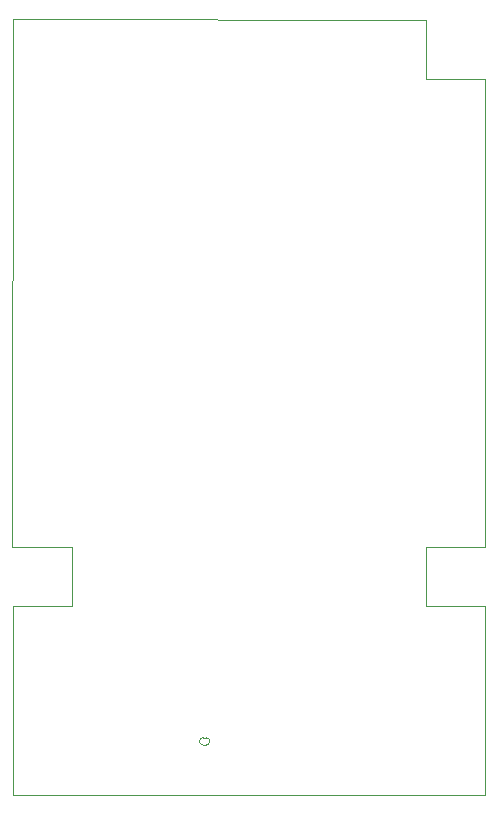
<source format=gbr>
%TF.GenerationSoftware,KiCad,Pcbnew,(6.0.7)*%
%TF.CreationDate,2023-01-15T17:43:20+08:00*%
%TF.ProjectId,Rp2040 wearable dev boards w wireless,52703230-3430-4207-9765-617261626c65,rev?*%
%TF.SameCoordinates,Original*%
%TF.FileFunction,Profile,NP*%
%FSLAX46Y46*%
G04 Gerber Fmt 4.6, Leading zero omitted, Abs format (unit mm)*
G04 Created by KiCad (PCBNEW (6.0.7)) date 2023-01-15 17:43:20*
%MOMM*%
%LPD*%
G01*
G04 APERTURE LIST*
%TA.AperFunction,Profile*%
%ADD10C,0.100000*%
%TD*%
%TA.AperFunction,Profile*%
%ADD11C,0.010000*%
%TD*%
G04 APERTURE END LIST*
D10*
X71009652Y-34300000D02*
X71009652Y-39290000D01*
X75989652Y-39290000D01*
X76009652Y-78940000D01*
X71009652Y-78940000D01*
X71009652Y-83950000D01*
X76009652Y-83940000D01*
X76009652Y-99940000D01*
X36009652Y-99940000D01*
X36009652Y-83940000D01*
X41009652Y-83940000D01*
X41009652Y-78940000D01*
X35999652Y-78940000D01*
X36009652Y-34280000D01*
X71009652Y-34300000D01*
D11*
%TO.C,J2*%
X52401000Y-95715000D02*
X52151000Y-95715000D01*
X52151000Y-95085000D02*
X52401000Y-95085000D01*
X52716000Y-95400000D02*
G75*
G03*
X52401000Y-95085000I-315000J0D01*
G01*
X52151000Y-95085000D02*
G75*
G03*
X51836000Y-95400000I0J-315000D01*
G01*
X52401000Y-95715000D02*
G75*
G03*
X52716000Y-95400000I0J315000D01*
G01*
X51836000Y-95400000D02*
G75*
G03*
X52151000Y-95715000I315000J0D01*
G01*
%TD*%
M02*

</source>
